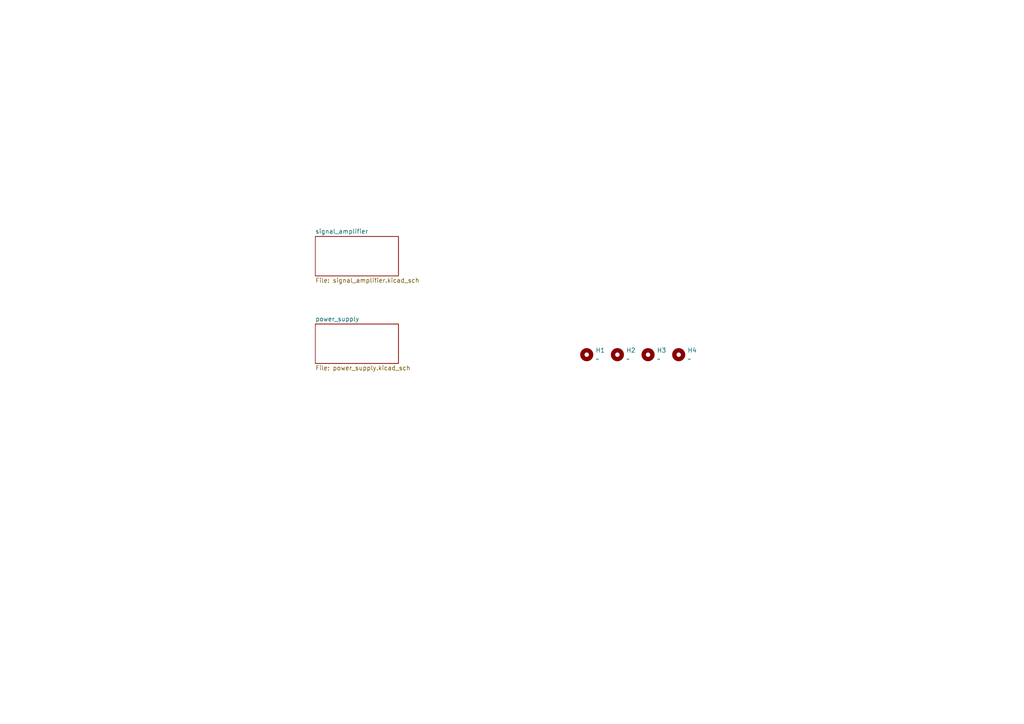
<source format=kicad_sch>
(kicad_sch
	(version 20231120)
	(generator "eeschema")
	(generator_version "8.0")
	(uuid "3f85b664-477c-45cf-957a-24288def454a")
	(paper "A4")
	(lib_symbols
		(symbol "Mechanical:MountingHole"
			(pin_names
				(offset 1.016)
			)
			(exclude_from_sim yes)
			(in_bom no)
			(on_board yes)
			(property "Reference" "H"
				(at 0 5.08 0)
				(effects
					(font
						(size 1.27 1.27)
					)
				)
			)
			(property "Value" "MountingHole"
				(at 0 3.175 0)
				(effects
					(font
						(size 1.27 1.27)
					)
				)
			)
			(property "Footprint" ""
				(at 0 0 0)
				(effects
					(font
						(size 1.27 1.27)
					)
					(hide yes)
				)
			)
			(property "Datasheet" "~"
				(at 0 0 0)
				(effects
					(font
						(size 1.27 1.27)
					)
					(hide yes)
				)
			)
			(property "Description" "Mounting Hole without connection"
				(at 0 0 0)
				(effects
					(font
						(size 1.27 1.27)
					)
					(hide yes)
				)
			)
			(property "ki_keywords" "mounting hole"
				(at 0 0 0)
				(effects
					(font
						(size 1.27 1.27)
					)
					(hide yes)
				)
			)
			(property "ki_fp_filters" "MountingHole*"
				(at 0 0 0)
				(effects
					(font
						(size 1.27 1.27)
					)
					(hide yes)
				)
			)
			(symbol "MountingHole_0_1"
				(circle
					(center 0 0)
					(radius 1.27)
					(stroke
						(width 1.27)
						(type default)
					)
					(fill
						(type none)
					)
				)
			)
		)
	)
	(symbol
		(lib_id "Mechanical:MountingHole")
		(at 170.18 102.87 0)
		(unit 1)
		(exclude_from_sim yes)
		(in_bom no)
		(on_board yes)
		(dnp no)
		(uuid "1853e324-5717-4054-b813-5684650941d1")
		(property "Reference" "H1"
			(at 172.72 101.5999 0)
			(effects
				(font
					(size 1.27 1.27)
				)
				(justify left)
			)
		)
		(property "Value" "~"
			(at 172.72 104.1399 0)
			(effects
				(font
					(size 1.27 1.27)
				)
				(justify left)
			)
		)
		(property "Footprint" "MountingHole:MountingHole_2.5mm"
			(at 170.18 102.87 0)
			(effects
				(font
					(size 1.27 1.27)
				)
				(hide yes)
			)
		)
		(property "Datasheet" "~"
			(at 170.18 102.87 0)
			(effects
				(font
					(size 1.27 1.27)
				)
				(hide yes)
			)
		)
		(property "Description" "Mounting Hole without connection"
			(at 170.18 102.87 0)
			(effects
				(font
					(size 1.27 1.27)
				)
				(hide yes)
			)
		)
		(instances
			(project "PCB_course"
				(path "/3f85b664-477c-45cf-957a-24288def454a"
					(reference "H1")
					(unit 1)
				)
			)
		)
	)
	(symbol
		(lib_id "Mechanical:MountingHole")
		(at 187.96 102.87 0)
		(unit 1)
		(exclude_from_sim yes)
		(in_bom no)
		(on_board yes)
		(dnp no)
		(fields_autoplaced yes)
		(uuid "22607b92-b07b-451e-983b-c75f0272dcf4")
		(property "Reference" "H3"
			(at 190.5 101.5999 0)
			(effects
				(font
					(size 1.27 1.27)
				)
				(justify left)
			)
		)
		(property "Value" "~"
			(at 190.5 104.1399 0)
			(effects
				(font
					(size 1.27 1.27)
				)
				(justify left)
			)
		)
		(property "Footprint" "MountingHole:MountingHole_2.5mm"
			(at 187.96 102.87 0)
			(effects
				(font
					(size 1.27 1.27)
				)
				(hide yes)
			)
		)
		(property "Datasheet" "~"
			(at 187.96 102.87 0)
			(effects
				(font
					(size 1.27 1.27)
				)
				(hide yes)
			)
		)
		(property "Description" "Mounting Hole without connection"
			(at 187.96 102.87 0)
			(effects
				(font
					(size 1.27 1.27)
				)
				(hide yes)
			)
		)
		(instances
			(project "PCB_course"
				(path "/3f85b664-477c-45cf-957a-24288def454a"
					(reference "H3")
					(unit 1)
				)
			)
		)
	)
	(symbol
		(lib_id "Mechanical:MountingHole")
		(at 196.85 102.87 0)
		(unit 1)
		(exclude_from_sim yes)
		(in_bom no)
		(on_board yes)
		(dnp no)
		(fields_autoplaced yes)
		(uuid "e70ce33a-74b6-4a7d-9999-4bf82f3f2997")
		(property "Reference" "H4"
			(at 199.39 101.5999 0)
			(effects
				(font
					(size 1.27 1.27)
				)
				(justify left)
			)
		)
		(property "Value" "~"
			(at 199.39 104.1399 0)
			(effects
				(font
					(size 1.27 1.27)
				)
				(justify left)
			)
		)
		(property "Footprint" "MountingHole:MountingHole_2.5mm"
			(at 196.85 102.87 0)
			(effects
				(font
					(size 1.27 1.27)
				)
				(hide yes)
			)
		)
		(property "Datasheet" "~"
			(at 196.85 102.87 0)
			(effects
				(font
					(size 1.27 1.27)
				)
				(hide yes)
			)
		)
		(property "Description" "Mounting Hole without connection"
			(at 196.85 102.87 0)
			(effects
				(font
					(size 1.27 1.27)
				)
				(hide yes)
			)
		)
		(instances
			(project "PCB_course"
				(path "/3f85b664-477c-45cf-957a-24288def454a"
					(reference "H4")
					(unit 1)
				)
			)
		)
	)
	(symbol
		(lib_id "Mechanical:MountingHole")
		(at 179.07 102.87 0)
		(unit 1)
		(exclude_from_sim yes)
		(in_bom no)
		(on_board yes)
		(dnp no)
		(fields_autoplaced yes)
		(uuid "f6ac42bb-9824-4955-999c-15102a599c31")
		(property "Reference" "H2"
			(at 181.61 101.5999 0)
			(effects
				(font
					(size 1.27 1.27)
				)
				(justify left)
			)
		)
		(property "Value" "~"
			(at 181.61 104.1399 0)
			(effects
				(font
					(size 1.27 1.27)
				)
				(justify left)
			)
		)
		(property "Footprint" "MountingHole:MountingHole_2.5mm"
			(at 179.07 102.87 0)
			(effects
				(font
					(size 1.27 1.27)
				)
				(hide yes)
			)
		)
		(property "Datasheet" "~"
			(at 179.07 102.87 0)
			(effects
				(font
					(size 1.27 1.27)
				)
				(hide yes)
			)
		)
		(property "Description" "Mounting Hole without connection"
			(at 179.07 102.87 0)
			(effects
				(font
					(size 1.27 1.27)
				)
				(hide yes)
			)
		)
		(instances
			(project "PCB_course"
				(path "/3f85b664-477c-45cf-957a-24288def454a"
					(reference "H2")
					(unit 1)
				)
			)
		)
	)
	(sheet
		(at 91.44 68.58)
		(size 24.13 11.43)
		(fields_autoplaced yes)
		(stroke
			(width 0.1524)
			(type solid)
		)
		(fill
			(color 0 0 0 0.0000)
		)
		(uuid "0582bc3a-f431-4091-84c7-3e82358c8097")
		(property "Sheetname" "signal_amplifier"
			(at 91.44 67.8684 0)
			(effects
				(font
					(size 1.27 1.27)
				)
				(justify left bottom)
			)
		)
		(property "Sheetfile" "signal_amplifier.kicad_sch"
			(at 91.44 80.5946 0)
			(effects
				(font
					(size 1.27 1.27)
				)
				(justify left top)
			)
		)
		(instances
			(project "PCB_course"
				(path "/3f85b664-477c-45cf-957a-24288def454a"
					(page "2")
				)
			)
		)
	)
	(sheet
		(at 91.44 93.98)
		(size 24.13 11.43)
		(fields_autoplaced yes)
		(stroke
			(width 0.1524)
			(type solid)
		)
		(fill
			(color 0 0 0 0.0000)
		)
		(uuid "bceecb27-13e3-4b2c-8f11-a122b445380b")
		(property "Sheetname" "power_supply"
			(at 91.44 93.2684 0)
			(effects
				(font
					(size 1.27 1.27)
				)
				(justify left bottom)
			)
		)
		(property "Sheetfile" "power_supply.kicad_sch"
			(at 91.44 105.9946 0)
			(effects
				(font
					(size 1.27 1.27)
				)
				(justify left top)
			)
		)
		(instances
			(project "PCB_course"
				(path "/3f85b664-477c-45cf-957a-24288def454a"
					(page "3")
				)
			)
		)
	)
	(sheet_instances
		(path "/"
			(page "1")
		)
	)
)

</source>
